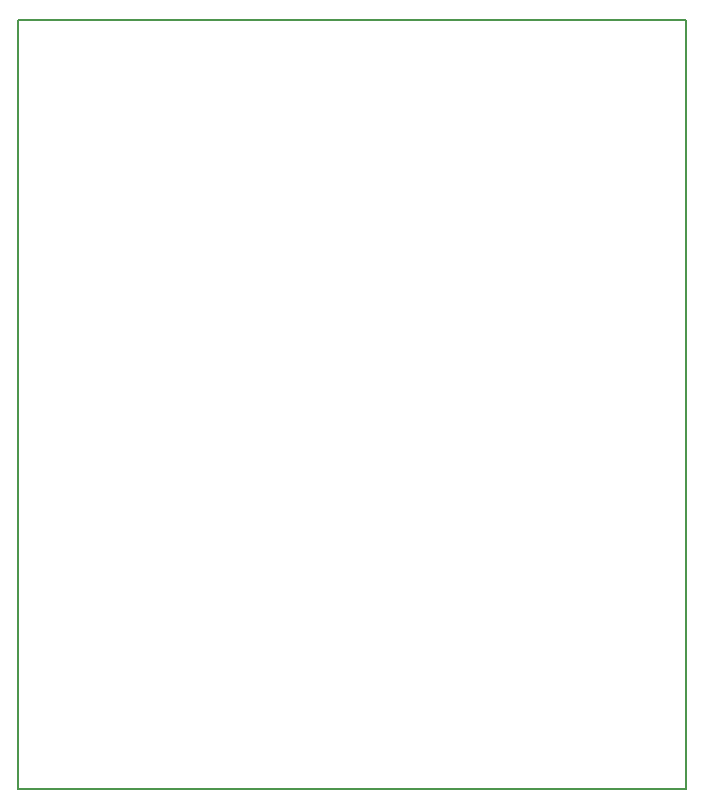
<source format=gbo>
G04 MADE WITH FRITZING*
G04 WWW.FRITZING.ORG*
G04 DOUBLE SIDED*
G04 HOLES PLATED*
G04 CONTOUR ON CENTER OF CONTOUR VECTOR*
%ASAXBY*%
%FSLAX23Y23*%
%MOIN*%
%OFA0B0*%
%SFA1.0B1.0*%
%ADD10R,2.236250X2.570440X2.220250X2.554440*%
%ADD11C,0.008000*%
%LNSILK0*%
G90*
G70*
G54D11*
X4Y2566D02*
X2232Y2566D01*
X2232Y4D01*
X4Y4D01*
X4Y2566D01*
D02*
G04 End of Silk0*
M02*
</source>
